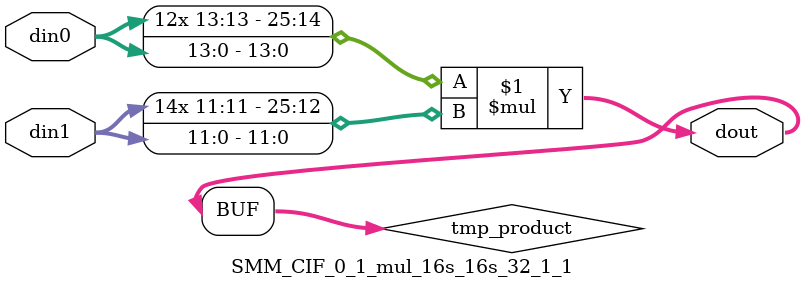
<source format=v>

`timescale 1 ns / 1 ps

  module SMM_CIF_0_1_mul_16s_16s_32_1_1(din0, din1, dout);
parameter ID = 1;
parameter NUM_STAGE = 0;
parameter din0_WIDTH = 14;
parameter din1_WIDTH = 12;
parameter dout_WIDTH = 26;

input [din0_WIDTH - 1 : 0] din0; 
input [din1_WIDTH - 1 : 0] din1; 
output [dout_WIDTH - 1 : 0] dout;

wire signed [dout_WIDTH - 1 : 0] tmp_product;













assign tmp_product = $signed(din0) * $signed(din1);








assign dout = tmp_product;







endmodule

</source>
